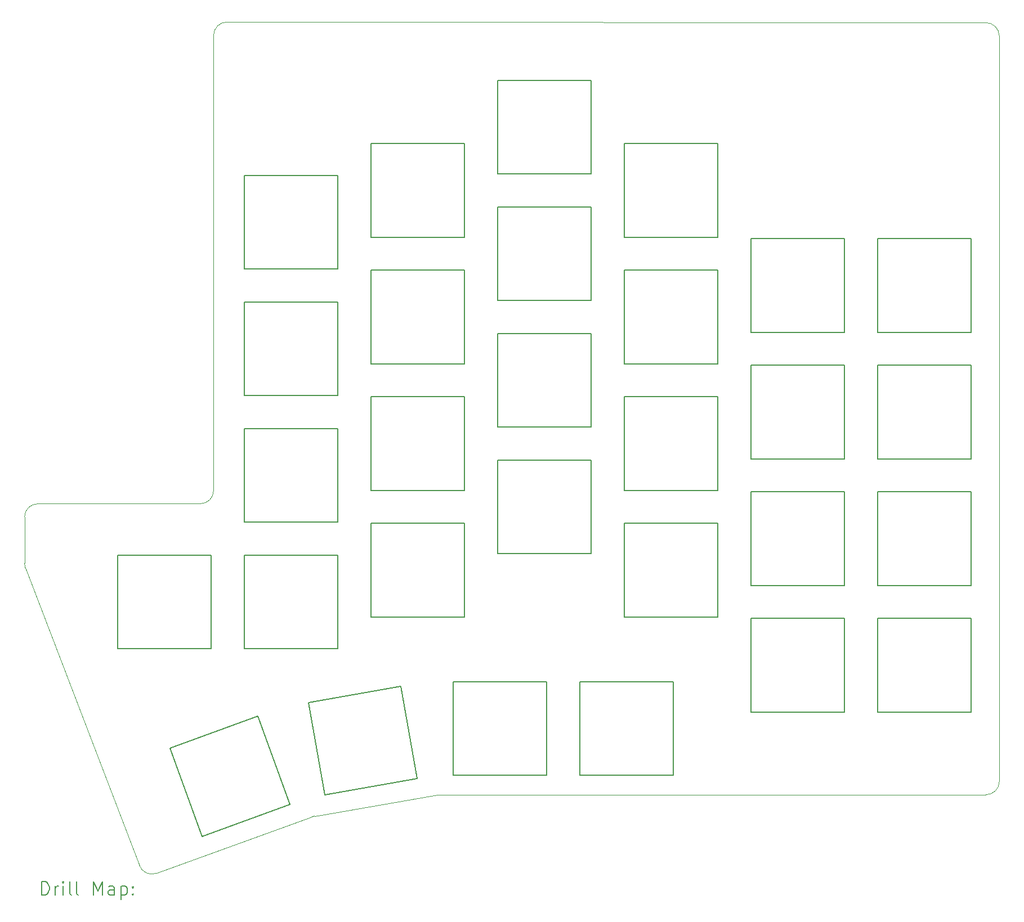
<source format=gbr>
%TF.GenerationSoftware,KiCad,Pcbnew,9.0.6*%
%TF.CreationDate,2025-12-07T22:16:42+09:00*%
%TF.ProjectId,tarakkie_v1_light_top2,74617261-6b6b-4696-955f-76315f6c6967,rev?*%
%TF.SameCoordinates,Original*%
%TF.FileFunction,Drillmap*%
%TF.FilePolarity,Positive*%
%FSLAX45Y45*%
G04 Gerber Fmt 4.5, Leading zero omitted, Abs format (unit mm)*
G04 Created by KiCad (PCBNEW 9.0.6) date 2025-12-07 22:16:42*
%MOMM*%
%LPD*%
G01*
G04 APERTURE LIST*
%ADD10C,0.050000*%
%ADD11C,0.150000*%
%ADD12C,0.200000*%
G04 APERTURE END LIST*
D10*
X5595382Y-15990801D02*
G75*
G02*
X5340259Y-15874382I-68352J187962D01*
G01*
X18072452Y-3188618D02*
G75*
G02*
X18272283Y-3388617I-172J-200002D01*
G01*
X7937324Y-15139186D02*
G75*
G02*
X7972000Y-15130000I68346J-187954D01*
G01*
X3623932Y-11393414D02*
X5340266Y-15874380D01*
X7972000Y-15130000D02*
X9825617Y-14813399D01*
X6456030Y-3378790D02*
G75*
G02*
X6656030Y-3178790I200000J0D01*
G01*
X6456030Y-3378790D02*
X6456030Y-10228790D01*
X18272280Y-14608831D02*
G75*
G02*
X18072322Y-14808830I-200000J1D01*
G01*
X3612280Y-10628790D02*
X3612280Y-11326147D01*
X6456030Y-10228790D02*
G75*
G02*
X6256030Y-10428790I-200000J0D01*
G01*
X3612280Y-10628790D02*
G75*
G02*
X3812280Y-10428790I200000J0D01*
G01*
X6256030Y-10428790D02*
X3812280Y-10428790D01*
X5595382Y-15990801D02*
X7937324Y-15139186D01*
X18072452Y-3188618D02*
X6656030Y-3178790D01*
X9859248Y-14810544D02*
X18072322Y-14808831D01*
X3623932Y-11393414D02*
G75*
G02*
X3612281Y-11326147I188288J67254D01*
G01*
X9825617Y-14813399D02*
G75*
G02*
X9859248Y-14810544I33673J-197151D01*
G01*
X18272280Y-14608831D02*
X18272280Y-3388617D01*
D11*
X14535000Y-10248750D02*
X15945000Y-10248750D01*
X14535000Y-11658750D02*
X14535000Y-10248750D01*
X15945000Y-10248750D02*
X15945000Y-11658750D01*
X15945000Y-11658750D02*
X14535000Y-11658750D01*
X12630000Y-8820000D02*
X14040000Y-8820000D01*
X12630000Y-10230000D02*
X12630000Y-8820000D01*
X14040000Y-8820000D02*
X14040000Y-10230000D01*
X14040000Y-10230000D02*
X12630000Y-10230000D01*
X10725000Y-9772500D02*
X12135000Y-9772500D01*
X10725000Y-11182500D02*
X10725000Y-9772500D01*
X12135000Y-9772500D02*
X12135000Y-11182500D01*
X12135000Y-11182500D02*
X10725000Y-11182500D01*
X8820000Y-10725000D02*
X10230000Y-10725000D01*
X8820000Y-12135000D02*
X8820000Y-10725000D01*
X10230000Y-10725000D02*
X10230000Y-12135000D01*
X10230000Y-12135000D02*
X8820000Y-12135000D01*
X5010000Y-11201250D02*
X6420000Y-11201250D01*
X5010000Y-12611250D02*
X5010000Y-11201250D01*
X6420000Y-11201250D02*
X6420000Y-12611250D01*
X6420000Y-12611250D02*
X5010000Y-12611250D01*
X10058250Y-13106250D02*
X11468250Y-13106250D01*
X10058250Y-14516250D02*
X10058250Y-13106250D01*
X11468250Y-13106250D02*
X11468250Y-14516250D01*
X11468250Y-14516250D02*
X10058250Y-14516250D01*
X11963250Y-13106250D02*
X13373250Y-13106250D01*
X11963250Y-14516250D02*
X11963250Y-13106250D01*
X13373250Y-13106250D02*
X13373250Y-14516250D01*
X13373250Y-14516250D02*
X11963250Y-14516250D01*
X6915000Y-5486250D02*
X8325000Y-5486250D01*
X6915000Y-6896250D02*
X6915000Y-5486250D01*
X8325000Y-5486250D02*
X8325000Y-6896250D01*
X8325000Y-6896250D02*
X6915000Y-6896250D01*
X6915000Y-11201250D02*
X8325000Y-11201250D01*
X6915000Y-12611250D02*
X6915000Y-11201250D01*
X8325000Y-11201250D02*
X8325000Y-12611250D01*
X8325000Y-12611250D02*
X6915000Y-12611250D01*
X8820000Y-8820000D02*
X10230000Y-8820000D01*
X8820000Y-10230000D02*
X8820000Y-8820000D01*
X10230000Y-8820000D02*
X10230000Y-10230000D01*
X10230000Y-10230000D02*
X8820000Y-10230000D01*
X16440000Y-12153750D02*
X17850000Y-12153750D01*
X16440000Y-13563750D02*
X16440000Y-12153750D01*
X17850000Y-12153750D02*
X17850000Y-13563750D01*
X17850000Y-13563750D02*
X16440000Y-13563750D01*
X14535000Y-8343750D02*
X15945000Y-8343750D01*
X14535000Y-9753750D02*
X14535000Y-8343750D01*
X15945000Y-8343750D02*
X15945000Y-9753750D01*
X15945000Y-9753750D02*
X14535000Y-9753750D01*
X16440000Y-10248750D02*
X17850000Y-10248750D01*
X16440000Y-11658750D02*
X16440000Y-10248750D01*
X17850000Y-10248750D02*
X17850000Y-11658750D01*
X17850000Y-11658750D02*
X16440000Y-11658750D01*
X14535000Y-12153750D02*
X15945000Y-12153750D01*
X14535000Y-13563750D02*
X14535000Y-12153750D01*
X15945000Y-12153750D02*
X15945000Y-13563750D01*
X15945000Y-13563750D02*
X14535000Y-13563750D01*
X10725000Y-5962500D02*
X12135000Y-5962500D01*
X10725000Y-7372500D02*
X10725000Y-5962500D01*
X12135000Y-5962500D02*
X12135000Y-7372500D01*
X12135000Y-7372500D02*
X10725000Y-7372500D01*
X8820000Y-5010000D02*
X10230000Y-5010000D01*
X8820000Y-6420000D02*
X8820000Y-5010000D01*
X10230000Y-5010000D02*
X10230000Y-6420000D01*
X10230000Y-6420000D02*
X8820000Y-6420000D01*
X6915000Y-9296250D02*
X8325000Y-9296250D01*
X6915000Y-10706250D02*
X6915000Y-9296250D01*
X8325000Y-9296250D02*
X8325000Y-10706250D01*
X8325000Y-10706250D02*
X6915000Y-10706250D01*
X10725000Y-4057500D02*
X12135000Y-4057500D01*
X10725000Y-5467500D02*
X10725000Y-4057500D01*
X12135000Y-4057500D02*
X12135000Y-5467500D01*
X12135000Y-5467500D02*
X10725000Y-5467500D01*
X14535000Y-6438750D02*
X15945000Y-6438750D01*
X14535000Y-7848750D02*
X14535000Y-6438750D01*
X15945000Y-6438750D02*
X15945000Y-7848750D01*
X15945000Y-7848750D02*
X14535000Y-7848750D01*
X16440000Y-6438750D02*
X17850000Y-6438750D01*
X16440000Y-7848750D02*
X16440000Y-6438750D01*
X17850000Y-6438750D02*
X17850000Y-7848750D01*
X17850000Y-7848750D02*
X16440000Y-7848750D01*
X12630000Y-10725000D02*
X14040000Y-10725000D01*
X12630000Y-12135000D02*
X12630000Y-10725000D01*
X14040000Y-10725000D02*
X14040000Y-12135000D01*
X14040000Y-12135000D02*
X12630000Y-12135000D01*
X12630000Y-6915000D02*
X14040000Y-6915000D01*
X12630000Y-8325000D02*
X12630000Y-6915000D01*
X14040000Y-6915000D02*
X14040000Y-8325000D01*
X14040000Y-8325000D02*
X12630000Y-8325000D01*
X7883289Y-13418132D02*
X9271868Y-13173289D01*
X8128132Y-14806711D02*
X7883289Y-13418132D01*
X9271868Y-13173289D02*
X9516711Y-14561867D01*
X9516711Y-14561867D02*
X8128132Y-14806711D01*
X16440000Y-8343750D02*
X17850000Y-8343750D01*
X16440000Y-9753750D02*
X16440000Y-8343750D01*
X17850000Y-8343750D02*
X17850000Y-9753750D01*
X17850000Y-9753750D02*
X16440000Y-9753750D01*
X6915000Y-7391250D02*
X8325000Y-7391250D01*
X6915000Y-8801250D02*
X6915000Y-7391250D01*
X8325000Y-7391250D02*
X8325000Y-8801250D01*
X8325000Y-8801250D02*
X6915000Y-8801250D01*
X10725000Y-7867500D02*
X12135000Y-7867500D01*
X10725000Y-9277500D02*
X10725000Y-7867500D01*
X12135000Y-7867500D02*
X12135000Y-9277500D01*
X12135000Y-9277500D02*
X10725000Y-9277500D01*
X12630000Y-5010000D02*
X14040000Y-5010000D01*
X12630000Y-6420000D02*
X12630000Y-5010000D01*
X14040000Y-5010000D02*
X14040000Y-6420000D01*
X14040000Y-6420000D02*
X12630000Y-6420000D01*
X5796392Y-14108641D02*
X7121359Y-13626392D01*
X6278641Y-15433607D02*
X5796392Y-14108641D01*
X7121359Y-13626392D02*
X7603607Y-14951359D01*
X7603607Y-14951359D02*
X6278641Y-15433607D01*
X8820000Y-6915000D02*
X10230000Y-6915000D01*
X8820000Y-8325000D02*
X8820000Y-6915000D01*
X10230000Y-6915000D02*
X10230000Y-8325000D01*
X10230000Y-8325000D02*
X8820000Y-8325000D01*
D12*
X3870557Y-16316828D02*
X3870557Y-16116828D01*
X3870557Y-16116828D02*
X3918176Y-16116828D01*
X3918176Y-16116828D02*
X3946747Y-16126351D01*
X3946747Y-16126351D02*
X3965795Y-16145399D01*
X3965795Y-16145399D02*
X3975319Y-16164447D01*
X3975319Y-16164447D02*
X3984843Y-16202542D01*
X3984843Y-16202542D02*
X3984843Y-16231113D01*
X3984843Y-16231113D02*
X3975319Y-16269209D01*
X3975319Y-16269209D02*
X3965795Y-16288256D01*
X3965795Y-16288256D02*
X3946747Y-16307304D01*
X3946747Y-16307304D02*
X3918176Y-16316828D01*
X3918176Y-16316828D02*
X3870557Y-16316828D01*
X4070557Y-16316828D02*
X4070557Y-16183494D01*
X4070557Y-16221590D02*
X4080081Y-16202542D01*
X4080081Y-16202542D02*
X4089604Y-16193018D01*
X4089604Y-16193018D02*
X4108652Y-16183494D01*
X4108652Y-16183494D02*
X4127700Y-16183494D01*
X4194366Y-16316828D02*
X4194366Y-16183494D01*
X4194366Y-16116828D02*
X4184843Y-16126351D01*
X4184843Y-16126351D02*
X4194366Y-16135875D01*
X4194366Y-16135875D02*
X4203890Y-16126351D01*
X4203890Y-16126351D02*
X4194366Y-16116828D01*
X4194366Y-16116828D02*
X4194366Y-16135875D01*
X4318176Y-16316828D02*
X4299128Y-16307304D01*
X4299128Y-16307304D02*
X4289605Y-16288256D01*
X4289605Y-16288256D02*
X4289605Y-16116828D01*
X4422938Y-16316828D02*
X4403890Y-16307304D01*
X4403890Y-16307304D02*
X4394366Y-16288256D01*
X4394366Y-16288256D02*
X4394366Y-16116828D01*
X4651509Y-16316828D02*
X4651509Y-16116828D01*
X4651509Y-16116828D02*
X4718176Y-16259685D01*
X4718176Y-16259685D02*
X4784843Y-16116828D01*
X4784843Y-16116828D02*
X4784843Y-16316828D01*
X4965795Y-16316828D02*
X4965795Y-16212066D01*
X4965795Y-16212066D02*
X4956271Y-16193018D01*
X4956271Y-16193018D02*
X4937224Y-16183494D01*
X4937224Y-16183494D02*
X4899128Y-16183494D01*
X4899128Y-16183494D02*
X4880081Y-16193018D01*
X4965795Y-16307304D02*
X4946747Y-16316828D01*
X4946747Y-16316828D02*
X4899128Y-16316828D01*
X4899128Y-16316828D02*
X4880081Y-16307304D01*
X4880081Y-16307304D02*
X4870557Y-16288256D01*
X4870557Y-16288256D02*
X4870557Y-16269209D01*
X4870557Y-16269209D02*
X4880081Y-16250161D01*
X4880081Y-16250161D02*
X4899128Y-16240637D01*
X4899128Y-16240637D02*
X4946747Y-16240637D01*
X4946747Y-16240637D02*
X4965795Y-16231113D01*
X5061033Y-16183494D02*
X5061033Y-16383494D01*
X5061033Y-16193018D02*
X5080081Y-16183494D01*
X5080081Y-16183494D02*
X5118176Y-16183494D01*
X5118176Y-16183494D02*
X5137224Y-16193018D01*
X5137224Y-16193018D02*
X5146747Y-16202542D01*
X5146747Y-16202542D02*
X5156271Y-16221590D01*
X5156271Y-16221590D02*
X5156271Y-16278732D01*
X5156271Y-16278732D02*
X5146747Y-16297780D01*
X5146747Y-16297780D02*
X5137224Y-16307304D01*
X5137224Y-16307304D02*
X5118176Y-16316828D01*
X5118176Y-16316828D02*
X5080081Y-16316828D01*
X5080081Y-16316828D02*
X5061033Y-16307304D01*
X5241986Y-16297780D02*
X5251509Y-16307304D01*
X5251509Y-16307304D02*
X5241986Y-16316828D01*
X5241986Y-16316828D02*
X5232462Y-16307304D01*
X5232462Y-16307304D02*
X5241986Y-16297780D01*
X5241986Y-16297780D02*
X5241986Y-16316828D01*
X5241986Y-16193018D02*
X5251509Y-16202542D01*
X5251509Y-16202542D02*
X5241986Y-16212066D01*
X5241986Y-16212066D02*
X5232462Y-16202542D01*
X5232462Y-16202542D02*
X5241986Y-16193018D01*
X5241986Y-16193018D02*
X5241986Y-16212066D01*
M02*

</source>
